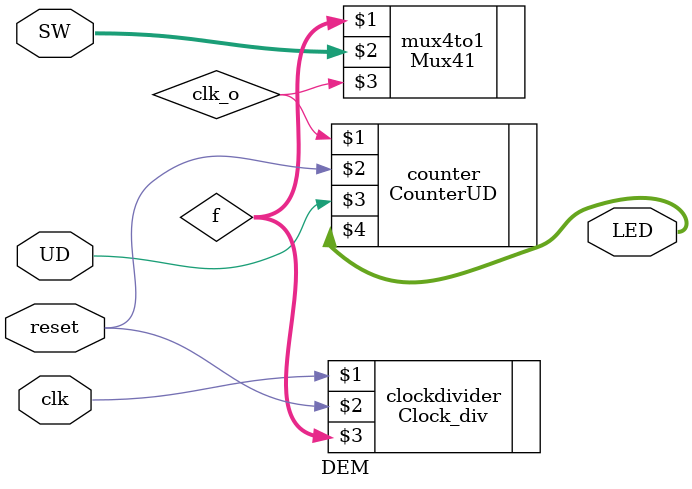
<source format=v>
`timescale 1ns / 1ps
module DEM(
input wire clk, reset,
input wire [1:0] SW,
input wire UD,
output wire [7:0] LED );
wire [3:0] f;
Clock_div clockdivider (clk, reset, f) ;
Mux41 mux4to1 (f, SW, clk_o);
CounterUD counter (clk_o, reset, UD, LED);
endmodule

</source>
